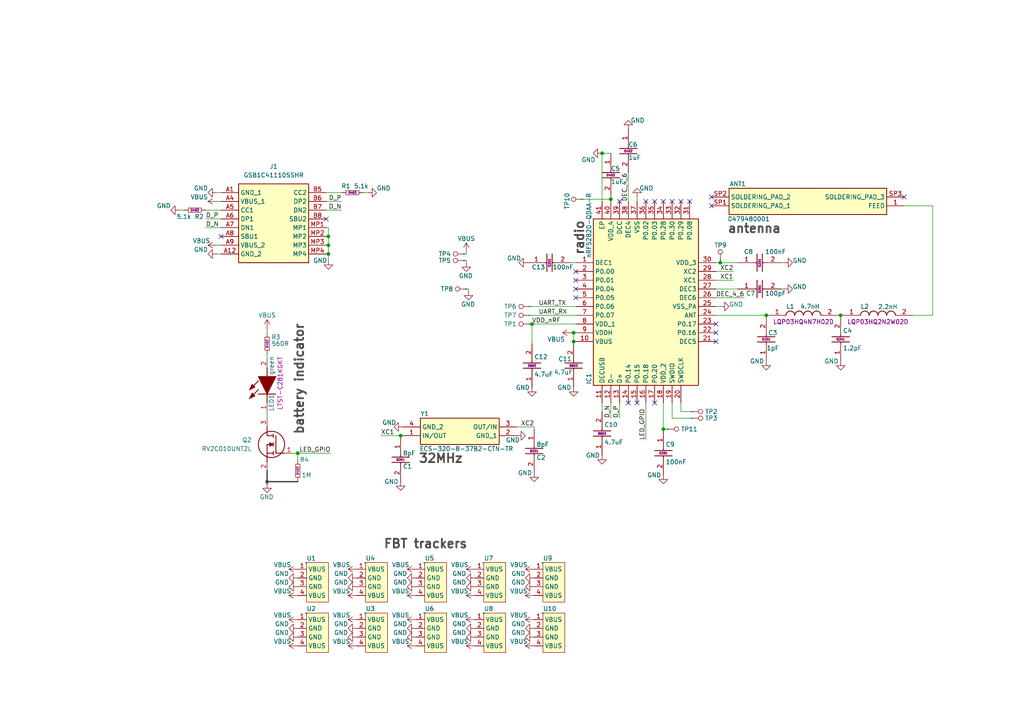
<source format=kicad_sch>
(kicad_sch (version 20230121) (generator eeschema)
  (paper "A4")
  (junction (at 208.915 76.2))
  (junction (at 177.165 57.785))
  (junction (at 154.305 93.98))
  (junction (at 95.25 68.58))
  (junction (at 95.25 73.66))
  (junction (at 77.47 139.7) (color 72 72 72 1))
  (junction (at 174.625 44.45))
  (junction (at 116.205 126.365))
  (junction (at 192.405 124.46))
  (junction (at 222.25 91.44))
  (junction (at 166.37 96.52))
  (junction (at 243.84 91.44))
  (junction (at 95.25 71.12))
  (junction (at 166.37 99.06))
  (junction (at 86.36 131.445))
  (no_connect (at 206.375 57.15))
  (no_connect (at 167.005 83.82))
  (no_connect (at 194.945 58.42))
  (no_connect (at 189.865 116.84))
  (no_connect (at 207.645 93.98))
  (no_connect (at 167.005 81.28))
  (no_connect (at 187.325 58.42))
  (no_connect (at 206.375 59.69))
  (no_connect (at 197.485 58.42))
  (no_connect (at 167.005 86.36))
  (no_connect (at 179.705 58.42))
  (no_connect (at 64.135 68.58))
  (no_connect (at 167.005 78.74))
  (no_connect (at 200.025 58.42))
  (no_connect (at 192.405 58.42))
  (no_connect (at 262.255 57.15))
  (no_connect (at 207.645 96.52))
  (no_connect (at 207.645 99.06))
  (no_connect (at 94.615 63.5))
  (no_connect (at 184.785 116.84))
  (no_connect (at 182.245 116.84))
  (no_connect (at 189.865 58.42))
  (wire (pts (xy 222.25 91.44) (xy 222.885 91.44)))
  (wire (pts (xy 197.485 119.38) (xy 197.485 116.84)))
  (wire (pts (xy 135.255 75.565) (xy 135.255 76.2)))
  (wire (pts (xy 177.165 57.785) (xy 177.165 58.42)))
  (wire (pts (xy 64.135 63.5) (xy 59.69 63.5)))
  (wire (pts (xy 167.005 96.52) (xy 166.37 96.52)))
  (wire (pts (xy 134.62 75.565) (xy 135.255 75.565)))
  (wire (pts (xy 207.645 76.2) (xy 208.915 76.2)))
  (wire (pts (xy 167.005 93.98) (xy 154.305 93.98)))
  (wire (pts (xy 135.255 73.025) (xy 135.255 73.66)))
  (wire (pts (xy 135.255 83.82) (xy 135.89 83.82)))
  (wire (pts (xy 192.405 116.84) (xy 192.405 124.46)))
  (wire (pts (xy 200.66 119.38) (xy 197.485 119.38)))
  (wire (pts (xy 95.25 68.58) (xy 95.25 71.12)))
  (wire (pts (xy 86.36 133.35) (xy 86.36 131.445)))
  (wire (pts (xy 77.47 139.7) (xy 77.47 140.335)) (stroke (width 0.4) (color 72 72 72 1)))
  (wire (pts (xy 94.615 58.42) (xy 99.06 58.42)))
  (wire (pts (xy 270.51 91.44) (xy 270.51 59.69)))
  (wire (pts (xy 227.33 83.82) (xy 226.695 83.82)))
  (wire (pts (xy 94.615 60.96) (xy 99.06 60.96)))
  (wire (pts (xy 62.865 71.12) (xy 64.135 71.12)))
  (wire (pts (xy 77.47 102.87) (xy 77.47 104.14)))
  (wire (pts (xy 165.735 76.2) (xy 167.005 76.2)))
  (wire (pts (xy 168.91 57.785) (xy 177.165 57.785)))
  (wire (pts (xy 95.25 66.04) (xy 95.25 68.58)))
  (wire (pts (xy 243.84 91.44) (xy 243.84 92.075)))
  (wire (pts (xy 64.135 66.04) (xy 59.69 66.04)))
  (wire (pts (xy 95.25 68.58) (xy 94.615 68.58)))
  (wire (pts (xy 194.945 116.84) (xy 194.945 121.285)))
  (wire (pts (xy 62.865 55.88) (xy 64.135 55.88)))
  (wire (pts (xy 208.915 75.565) (xy 208.915 76.2)))
  (wire (pts (xy 222.25 91.44) (xy 222.25 92.075)))
  (wire (pts (xy 207.645 81.28) (xy 212.725 81.28)))
  (wire (pts (xy 174.625 44.45) (xy 177.165 44.45)))
  (wire (pts (xy 207.645 91.44) (xy 222.25 91.44)))
  (wire (pts (xy 94.615 66.04) (xy 95.25 66.04)))
  (wire (pts (xy 227.33 76.2) (xy 226.695 76.2)))
  (wire (pts (xy 243.84 91.44) (xy 244.475 91.44)))
  (wire (pts (xy 177.165 57.15) (xy 177.165 57.785)))
  (wire (pts (xy 207.645 88.9) (xy 208.915 88.9)))
  (wire (pts (xy 174.625 58.42) (xy 174.625 44.45)))
  (wire (pts (xy 270.51 59.69) (xy 262.255 59.69)))
  (wire (pts (xy 165.735 96.52) (xy 166.37 96.52)))
  (wire (pts (xy 116.205 126.365) (xy 116.84 126.365)))
  (wire (pts (xy 179.705 116.84) (xy 179.705 121.285)))
  (wire (pts (xy 187.325 127.635) (xy 187.325 116.84)))
  (wire (pts (xy 153.67 93.98) (xy 154.305 93.98)))
  (wire (pts (xy 95.25 73.66) (xy 95.25 75.565)))
  (wire (pts (xy 192.405 124.46) (xy 192.405 125.095)))
  (wire (pts (xy 62.865 73.66) (xy 64.135 73.66)))
  (wire (pts (xy 116.205 127) (xy 116.205 126.365)))
  (wire (pts (xy 208.915 76.2) (xy 213.995 76.2)))
  (wire (pts (xy 149.86 123.825) (xy 154.94 123.825)))
  (wire (pts (xy 182.245 50.165) (xy 182.245 58.42)))
  (wire (pts (xy 264.795 91.44) (xy 270.51 91.44)))
  (wire (pts (xy 134.62 73.66) (xy 135.255 73.66)))
  (wire (pts (xy 86.36 131.445) (xy 85.09 131.445)))
  (wire (pts (xy 154.94 123.825) (xy 154.94 124.46)))
  (wire (pts (xy 77.47 136.525) (xy 77.47 139.7)) (stroke (width 0.4) (color 72 72 72 1)))
  (wire (pts (xy 94.615 55.88) (xy 99.06 55.88)))
  (wire (pts (xy 174.625 116.84) (xy 174.625 119.38)))
  (wire (pts (xy 64.135 60.96) (xy 59.69 60.96)))
  (wire (pts (xy 135.89 83.82) (xy 135.89 84.455)))
  (wire (pts (xy 177.165 116.84) (xy 177.165 121.285)))
  (wire (pts (xy 95.25 71.12) (xy 95.25 73.66)))
  (wire (pts (xy 62.865 58.42) (xy 64.135 58.42)))
  (wire (pts (xy 153.67 91.44) (xy 167.005 91.44)))
  (wire (pts (xy 166.37 99.06) (xy 167.005 99.06)))
  (wire (pts (xy 95.25 71.12) (xy 94.615 71.12)))
  (wire (pts (xy 52.07 60.96) (xy 53.34 60.96)))
  (wire (pts (xy 77.47 95.25) (xy 77.47 96.52)))
  (wire (pts (xy 106.68 55.88) (xy 105.41 55.88)))
  (wire (pts (xy 110.49 126.365) (xy 116.205 126.365)))
  (wire (pts (xy 194.945 121.285) (xy 200.66 121.285)))
  (wire (pts (xy 207.645 78.74) (xy 212.725 78.74)))
  (wire (pts (xy 207.645 83.82) (xy 213.995 83.82)))
  (wire (pts (xy 243.205 91.44) (xy 243.84 91.44)))
  (wire (pts (xy 95.885 131.445) (xy 86.36 131.445)))
  (wire (pts (xy 95.25 73.66) (xy 94.615 73.66)))
  (wire (pts (xy 192.405 124.46) (xy 193.675 124.46)))
  (wire (pts (xy 154.305 93.98) (xy 154.305 99.695)))
  (wire (pts (xy 207.645 86.36) (xy 215.9 86.36)))
  (wire (pts (xy 77.47 139.7) (xy 86.36 139.7)) (stroke (width 0.4) (color 72 72 72 1)))
  (wire (pts (xy 184.785 57.15) (xy 184.785 58.42)))
  (wire (pts (xy 153.67 88.9) (xy 167.005 88.9)))
  (wire (pts (xy 166.37 99.06) (xy 166.37 99.695)))
  (wire (pts (xy 77.47 119.38) (xy 77.47 121.285)))
  (wire (pts (xy 166.37 96.52) (xy 166.37 99.06)))
  (text "32MHz" (at 121.285 134.62 0) (effects (font (size 2.54 2.54) bold) (justify left bottom)))
  (text "battery indicator" (at 88.265 126.365 90) (effects (font (size 2.54 2.54) bold) (justify left bottom)))
  (text "radio" (at 169.545 74.295 90) (effects (font (size 2.54 2.54) bold) (justify left bottom)))
  (text "antenna" (at 226.695 67.945 0) (effects (font (size 2.54 2.54) bold) (justify right bottom)))
  (text "FBT trackers" (at 111.125 159.385 0) (effects (font (size 2.54 2.54) bold) (justify left bottom)))
  (label "XC1" (at 212.725 81.28 180))
  (label "UART_TX" (at 156.21 88.9 0))
  (label "LED_GPIO" (at 187.325 127.635 90))
  (label "XC2" (at 212.725 78.74 180))
  (label "LED_GPIO" (at 95.885 131.445 180))
  (label "D_P" (at 59.69 63.5 0))
  (label "DEC_4_6" (at 182.245 50.165 270))
  (label "UART_RX" (at 156.21 91.44 0))
  (label "D_N" (at 177.165 121.285 90))
  (label "DEC_4_6" (at 215.9 86.36 180))
  (label "D_N" (at 99.06 60.96 180))
  (label "VDD_nRF" (at 154.305 93.98 0))
  (label "XC2" (at 154.94 123.825 180))
  (label "XC1" (at 110.49 126.365 0))
  (label "D_P" (at 99.06 58.42 180))
  (label "D_P" (at 179.705 121.285 90))
  (label "D_N" (at 59.69 66.04 0))
  (symbol (lib_id "power:GND") (at 137.795 182.245 270) (unit 1)
    (property "Reference" "#PWR045" (effects hide))
    (property "Value" "GND" (at 135.255 180.975 90) (effects (justify right)))
  )
  (symbol (lib_id "the_backrooms:nRF52820-QDAA-R") (at 167.005 76.2 0) (unit 1)
    (property "Reference" "IC1" (at 170.815 109.855 90))
    (property "Value" "nRF52820-QDAA-R" (at 170.815 65.405 90))
    (property "Footprint" "the_backrooms:QFN40P500X500X90-41N-D" (effects hide))
    (property "Datasheet" "https://www.mouser.es/datasheet/2/297/Nordic_nRF52820_PB-1830007.pdf" (effects hide))
    (property "Height" "0.9" (effects hide))
    (property "Manufacturer_Name" "Nordic Semiconductor" (effects hide))
    (property "Manufacturer_Part_Number" "nRF52820-QDAA-R" (effects hide))
    (property "Mouser Part Number" "949-NRF52820-QDAA-R" (effects hide))
    (property "Mouser Price/Stock" "https://www.mouser.co.uk/ProductDetail/Nordic-Semiconductor/nRF52820-QDAA-R?qs=GedFDFLaBXGvZTWQrYoSoQ%3D%3D" (effects hide))
    (property "Arrow Part Number" "NRF52820-QDAA-R" (effects hide))
    (property "Arrow Price/Stock" "https://www.arrow.com/en/products/nrf52820-qdaa-r/nordic-semiconductor?region=nac" (effects hide))
  )
  (symbol (lib_id "power:GND") (at 137.795 184.785 270) (unit 1)
    (property "Reference" "#PWR059" (effects hide))
    (property "Value" "GND" (at 135.255 183.515 90) (effects (justify right)))
  )
  (symbol (lib_id "power:GND") (at 208.915 88.9 90) (unit 1)
    (property "Reference" "#PWR019" (effects hide))
    (property "Value" "GND" (at 211.455 88.265 90) (effects (justify right)))
  )
  (symbol (lib_id "power:VBUS") (at 154.94 165.1 90) (unit 1)
    (property "Reference" "#PWR046" (effects hide))
    (property "Value" "VBUS" (at 150.495 163.83 90))
  )
  (symbol (lib_id "power:VBUS") (at 154.94 187.325 90) (unit 1)
    (property "Reference" "#PWR065" (effects hide))
    (property "Value" "VBUS" (at 150.495 186.055 90))
  )
  (symbol (lib_id "power:VBUS") (at 120.65 187.325 90) (unit 1)
    (property "Reference" "#PWR063" (effects hide))
    (property "Value" "VBUS" (at 116.205 186.055 90))
  )
  (symbol (lib_id "power:GND") (at 77.47 140.335 0) (unit 1)
    (property "Reference" "#PWR026" (effects hide))
    (property "Value" "GND" (at 79.375 144.145 0) (effects (justify right)))
  )
  (symbol (lib_id "power:GND") (at 120.65 167.64 270) (unit 1)
    (property "Reference" "#PWR039" (effects hide))
    (property "Value" "GND" (at 118.11 166.37 90) (effects (justify right)))
  )
  (symbol (lib_id "power:VBUS") (at 77.47 95.25 0) (unit 1)
    (property "Reference" "#PWR027" (effects hide))
    (property "Value" "VBUS" (at 77.47 91.44 0))
  )
  (symbol (lib_id "power:VBUS") (at 154.94 172.72 90) (unit 1)
    (property "Reference" "#PWR070" (effects hide))
    (property "Value" "VBUS" (at 150.495 171.45 90))
  )
  (symbol (lib_id "power:GND") (at 135.255 76.2 0) (unit 1)
    (property "Reference" "#PWR028" (effects hide))
    (property "Value" "GND" (at 137.16 80.01 0) (effects (justify right)))
  )
  (symbol (lib_id "the_backrooms:GRM0335C1H8R0WA01D") (at 154.94 124.46 90) (mirror x) (unit 1)
    (property "Reference" "C2" (at 155.575 132.715 90) (effects (justify right)))
    (property "Value" "8pF" (at 155.575 128.905 90) (effects (justify right)))
    (property "Footprint" "CAPC0603X33N" (effects hide))
    (property "Datasheet" "https://www.mouser.de/datasheet/2/281/1/GRM0335C1H8R0WA01_01A-1981136.pdf" (effects hide))
    (property "Mfr. No." "GRM0335C1H8R0WA01D" (effects hide))
    (property "Package/Case" "0201" (at 153.67 130.81 90) (effects (font (size 0.635 0.635)) (justify right)))
    (property "Description" "Multilayer Ceramic Capacitors MLCC - SMD/SMT 8 pF 50 VDC 0.05 pF 0201 C0G (NP0)" (effects hide))
  )
  (symbol (lib_id "the_backrooms:GRM033R61E104KE14J") (at 213.995 76.2 0) (unit 1)
    (property "Reference" "C8" (at 218.44 73.025 0) (effects (justify right)))
    (property "Value" "100nF" (at 227.965 73.025 0) (effects (justify right)))
    (property "Footprint" "CAPC0603X33N" (effects hide))
    (property "Datasheet" "http://www.murata.com/~/media/webrenewal/support/library/catalog/products/capacitor/mlcc/c02e.pdf" (effects hide))
    (property "Height" "0.33" (effects hide))
    (property "Manufacturer_Name" "Murata Electronics" (effects hide))
    (property "Manufacturer_Part_Number" "GRM033R61E104KE14J" (effects hide))
    (property "Mouser Part Number" "81-GRM033R61E104KE4J" (effects hide))
    (property "Mouser Price/Stock" "https://www.mouser.co.uk/ProductDetail/Murata-Electronics/GRM033R61E104KE14J?qs=hNud%2FORuBR2oQhcvd00LsA%3D%3D" (effects hide))
    (property "Arrow Part Number" "GRM033R61E104KE14J" (effects hide))
    (property "Arrow Price/Stock" "https://www.arrow.com/en/products/grm033r61e104ke14j/murata-manufacturing?region=nac" (effects hide))
    (property "Mfr. No." "GRM033R61E104KE14J" (effects hide))
    (property "Package/Case" "0201" (at 220.345 76.2 90) (effects (font (size 0.635 0.635))))
    (property "Description" "Multilayer Ceramic Capacitors MLCC - SMD/SMT 0.1 uF 25 VDC 10% 0201 X5R" (effects hide))
  )
  (symbol (lib_id "the_backrooms:tp_1mm") (at 134.62 75.565 0) (unit 1)
    (property "Reference" "TP5" (at 130.81 75.565 0) (effects (justify right)))
    (property "Value" "~" (at 134.62 75.565 0))
    (property "Footprint" "the_backrooms:tp_1mm" (effects hide))
  )
  (symbol (lib_id "power:VBUS") (at 137.795 179.705 90) (unit 1)
    (property "Reference" "#PWR044" (effects hide))
    (property "Value" "VBUS" (at 133.35 178.435 90))
  )
  (symbol (lib_id "power:GND") (at 120.65 184.785 270) (unit 1)
    (property "Reference" "#PWR058" (effects hide))
    (property "Value" "GND" (at 118.11 183.515 90) (effects (justify right)))
  )
  (symbol (lib_id "power:VBUS") (at 103.505 172.72 90) (unit 1)
    (property "Reference" "#PWR067" (effects hide))
    (property "Value" "VBUS" (at 99.06 171.45 90))
  )
  (symbol (lib_id "the_backrooms:GRM155C71C105KE11J") (at 182.245 37.465 90) (mirror x) (unit 1)
    (property "Reference" "C6" (at 182.245 41.91 90) (effects (justify right)))
    (property "Value" "1uF" (at 182.245 45.72 90) (effects (justify right)))
    (property "Footprint" "the_backrooms:CAPC1005X55N" (effects hide))
    (property "Datasheet" "http://www.murata.com/~/media/webrenewal/support/library/catalog/products/capacitor/mlcc/c02e.pdf" (effects hide))
    (property "Height" "0.55" (effects hide))
    (property "Manufacturer_Name" "Murata Electronics" (effects hide))
    (property "Manufacturer_Part_Number" "GRM155C71C105KE11J" (effects hide))
    (property "Mouser Part Number" "81-GRM155C71C105KE11" (effects hide))
    (property "Mouser Price/Stock" "https://www.mouser.co.uk/ProductDetail/Murata-Electronics/GRM155C71C105KE11J?qs=pUKx8fyJudDfEc2RwhPUhw%3D%3D" (effects hide))
    (property "Mfr. No." "GRM155C71C105KE11J" (effects hide))
    (property "Package/Case" "0402" (at 180.975 43.815 90) (effects (font (size 0.635 0.635)) (justify right)))
    (property "Description" "Multilayer Ceramic Capacitors MLCC - SMD/SMT" (effects hide))
  )
  (symbol (lib_id "power:VBUS") (at 135.255 73.025 0) (unit 1)
    (property "Reference" "#PWR029" (effects hide))
    (property "Value" "VBUS" (at 135.255 69.215 0))
  )
  (symbol (lib_id "power:GND") (at 135.89 84.455 0) (unit 1)
    (property "Reference" "#PWR050" (effects hide))
    (property "Value" "GND" (at 137.795 88.265 0) (effects (justify right)))
  )
  (symbol (lib_id "the_backrooms:fbt_tracker") (at 88.9 163.195 0) (unit 1)
    (property "Reference" "U1" (at 88.9 161.925 0) (effects (justify left)))
    (property "Value" "~" (at 88.9 163.195 0))
    (property "Footprint" "the_backrooms:fbt_tracker" (effects hide))
  )
  (symbol (lib_id "the_backrooms:res_0402") (at 86.36 139.7 90) (unit 1)
    (property "Reference" "R4" (at 88.265 133.35 90))
    (property "Value" "1M" (at 88.9 137.795 90))
    (property "Footprint" "the_backrooms:0402_res" (effects hide))
    (property "Package/Case" "0402" (at 86.36 136.525 0) (effects (font (size 0.635 0.635))))
    (property "Mfr. No." "CRCW04020000Z0EDHP" (effects hide))
  )
  (symbol (lib_id "power:GND") (at 174.625 44.45 270) (unit 1)
    (property "Reference" "#PWR023" (effects hide))
    (property "Value" "GND" (at 172.72 46.355 90) (effects (justify right)))
  )
  (symbol (lib_id "power:GND") (at 174.625 132.08 0) (unit 1)
    (property "Reference" "#PWR014" (effects hide))
    (property "Value" "GND" (at 173.99 132.08 0) (effects (justify right)))
  )
  (symbol (lib_id "power:GND") (at 166.37 112.395 0) (unit 1)
    (property "Reference" "#PWR016" (effects hide))
    (property "Value" "GND" (at 165.735 112.395 0) (effects (justify right)))
  )
  (symbol (lib_id "power:GND") (at 184.785 57.15 180) (unit 1)
    (property "Reference" "#PWR022" (effects hide))
    (property "Value" "GND" (at 185.42 54.61 0) (effects (justify right)))
  )
  (symbol (lib_id "the_backrooms:tp_1mm") (at 153.67 93.98 0) (unit 1)
    (property "Reference" "TP1" (at 149.86 93.98 0) (effects (justify right)))
    (property "Value" "~" (at 153.67 93.98 0))
    (property "Footprint" "the_backrooms:tp_1mm" (effects hide))
  )
  (symbol (lib_id "power:GND") (at 52.07 60.96 270) (unit 1)
    (property "Reference" "#PWR01" (effects hide))
    (property "Value" "GND" (at 49.53 59.69 90) (effects (justify right)))
  )
  (symbol (lib_id "the_backrooms:fbt_tracker") (at 140.335 163.195 0) (unit 1)
    (property "Reference" "U7" (at 140.335 161.925 0) (effects (justify left)))
    (property "Value" "~" (at 140.335 163.195 0))
    (property "Footprint" "the_backrooms:fbt_tracker" (effects hide))
  )
  (symbol (lib_id "power:VBUS") (at 165.735 96.52 90) (unit 1)
    (property "Reference" "#PWR017" (effects hide))
    (property "Value" "VBUS" (at 161.29 98.425 90))
  )
  (symbol (lib_id "power:VBUS") (at 120.65 179.705 90) (unit 1)
    (property "Reference" "#PWR040" (effects hide))
    (property "Value" "VBUS" (at 116.205 178.435 90))
  )
  (symbol (lib_id "the_backrooms:fbt_tracker") (at 88.9 177.8 0) (unit 1)
    (property "Reference" "U2" (at 88.9 176.53 0) (effects (justify left)))
    (property "Value" "~" (at 88.9 177.8 0))
    (property "Footprint" "the_backrooms:fbt_tracker" (effects hide))
  )
  (symbol (lib_id "power:VBUS") (at 154.94 179.705 90) (unit 1)
    (property "Reference" "#PWR048" (effects hide))
    (property "Value" "VBUS" (at 150.495 178.435 90))
  )
  (symbol (lib_id "power:VBUS") (at 86.36 172.72 90) (unit 1)
    (property "Reference" "#PWR066" (effects hide))
    (property "Value" "VBUS" (at 81.915 171.45 90))
  )
  (symbol (lib_id "the_backrooms:GRM033R61E104KE14J") (at 192.405 125.095 90) (mirror x) (unit 1)
    (property "Reference" "C9" (at 193.04 128.905 90) (effects (justify right)))
    (property "Value" "100nF" (at 193.04 133.985 90) (effects (justify right)))
    (property "Footprint" "CAPC0603X33N" (effects hide))
    (property "Datasheet" "http://www.murata.com/~/media/webrenewal/support/library/catalog/products/capacitor/mlcc/c02e.pdf" (effects hide))
    (property "Height" "0.33" (effects hide))
    (property "Manufacturer_Name" "Murata Electronics" (effects hide))
    (property "Manufacturer_Part_Number" "GRM033R61E104KE14J" (effects hide))
    (property "Mouser Part Number" "81-GRM033R61E104KE4J" (effects hide))
    (property "Mouser Price/Stock" "https://www.mouser.co.uk/ProductDetail/Murata-Electronics/GRM033R61E104KE14J?qs=hNud%2FORuBR2oQhcvd00LsA%3D%3D" (effects hide))
    (property "Arrow Part Number" "GRM033R61E104KE14J" (effects hide))
    (property "Arrow Price/Stock" "https://www.arrow.com/en/products/grm033r61e104ke14j/murata-manufacturing?region=nac" (effects hide))
    (property "Mfr. No." "GRM033R61E104KE14J" (effects hide))
    (property "Package/Case" "0201" (at 192.405 131.445 90) (effects (font (size 0.635 0.635))))
    (property "Description" "Multilayer Ceramic Capacitors MLCC - SMD/SMT 0.1 uF 25 VDC 10% 0201 X5R" (effects hide))
  )
  (symbol (lib_id "the_backrooms:tp_1mm") (at 168.91 57.785 0) (unit 1)
    (property "Reference" "TP10" (at 164.465 55.88 90) (effects (justify right)))
    (property "Value" "~" (at 168.91 57.785 0))
    (property "Footprint" "the_backrooms:tp_1mm" (effects hide))
  )
  (symbol (lib_id "power:GND") (at 95.25 75.565 0) (mirror y) (unit 1)
    (property "Reference" "#PWR05" (effects hide))
    (property "Value" "GND" (at 90.805 75.565 0) (effects (justify right)))
  )
  (symbol (lib_id "the_backrooms:tp_1mm") (at 134.62 73.66 0) (unit 1)
    (property "Reference" "TP4" (at 130.81 73.66 0) (effects (justify right)))
    (property "Value" "~" (at 134.62 73.66 0))
    (property "Footprint" "the_backrooms:tp_1mm" (effects hide))
  )
  (symbol (lib_id "power:GND") (at 154.94 167.64 270) (unit 1)
    (property "Reference" "#PWR047" (effects hide))
    (property "Value" "GND" (at 152.4 166.37 90) (effects (justify right)))
  )
  (symbol (lib_id "the_backrooms:ECS-320-8-37B2-CTN-TR") (at 116.84 123.825 0) (unit 1)
    (property "Reference" "Y1" (at 123.19 120.015 0))
    (property "Value" "ECS-320-8-37B2-CTN-TR" (at 135.255 130.175 0))
    (property "Footprint" "ECS320837B2CTNTR" (effects hide))
    (property "Datasheet" "https://ecsxtal.com/store/pdf/ECX-1637B2.pdf" (effects hide))
    (property "Height" "0.5" (effects hide))
    (property "Manufacturer_Name" "ECS" (effects hide))
    (property "Manufacturer_Part_Number" "ECS-320-8-37B2-CTN-TR" (effects hide))
    (property "Mouser Part Number" "520-320-8-37B2-CTNTR" (effects hide))
    (property "Mouser Price/Stock" "https://www.mouser.co.uk/ProductDetail/ECS/ECS-320-8-37B2-CTN-TR?qs=aP1CjGhiNiHdeKDzQVYpfg%3D%3D" (effects hide))
    (property "Mfr. No." "ECS-320-8-37B2-CTN-TR" (effects hide))
  )
  (symbol (lib_id "the_backrooms:RV2C010UNT2L") (at 85.09 131.445 0) (mirror y) (unit 1)
    (property "Reference" "Q2" (at 73.025 127.635 0) (effects (justify left)))
    (property "Value" "RV2C010UNT2L" (at 73.025 130.175 0) (effects (justify left)))
    (property "Footprint" "RV2C010UNT2L" (effects hide))
    (property "Datasheet" "https://datasheet.datasheetarchive.com/originals/distributors/DKDS-18/357047.pdf" (effects hide))
    (property "Height" "0.4" (effects hide))
    (property "Manufacturer_Name" "ROHM Semiconductor" (effects hide))
    (property "Manufacturer_Part_Number" "RV2C010UNT2L" (effects hide))
    (property "Mouser Part Number" "755-RV2C010UNT2L" (effects hide))
    (property "Mouser Price/Stock" "https://www.mouser.co.uk/ProductDetail/ROHM-Semiconductor/RV2C010UNT2L?qs=npTsUczJOtPdY4l8qoqhcQ%3D%3D" (effects hide))
  )
  (symbol (lib_id "power:GND") (at 137.795 170.18 270) (unit 1)
    (property "Reference" "#PWR054" (effects hide))
    (property "Value" "GND" (at 135.255 168.91 90) (effects (justify right)))
  )
  (symbol (lib_id "power:GND") (at 120.65 170.18 270) (unit 1)
    (property "Reference" "#PWR053" (effects hide))
    (property "Value" "GND" (at 118.11 168.91 90) (effects (justify right)))
  )
  (symbol (lib_id "power:GND") (at 86.36 184.785 270) (unit 1)
    (property "Reference" "#PWR056" (effects hide))
    (property "Value" "GND" (at 83.82 183.515 90) (effects (justify right)))
  )
  (symbol (lib_id "the_backrooms:GRM0335C1H8R0WA01D") (at 116.205 127 90) (mirror x) (unit 1)
    (property "Reference" "C1" (at 116.84 135.255 90) (effects (justify right)))
    (property "Value" "8pF" (at 116.84 131.445 90) (effects (justify right)))
    (property "Footprint" "CAPC0603X33N" (effects hide))
    (property "Datasheet" "https://www.mouser.de/datasheet/2/281/1/GRM0335C1H8R0WA01_01A-1981136.pdf" (effects hide))
    (property "Mfr. No." "GRM0335C1H8R0WA01D" (effects hide))
    (property "Package/Case" "0201" (at 114.935 133.35 90) (effects (font (size 0.635 0.635)) (justify right)))
    (property "Description" "Multilayer Ceramic Capacitors MLCC - SMD/SMT 8 pF 50 VDC 0.05 pF 0201 C0G (NP0)" (effects hide))
  )
  (symbol (lib_id "the_backrooms:GRM188Z71C475KE21D") (at 166.37 112.395 90) (unit 1)
    (property "Reference" "C11" (at 161.925 104.14 90) (effects (justify right)))
    (property "Value" "4.7uF" (at 160.655 107.95 90) (effects (justify right)))
    (property "Footprint" "the_backrooms:CAPC1608X90N" (effects hide))
    (property "Height" "0.9" (effects hide))
    (property "Manufacturer_Name" "Murata Electronics" (effects hide))
    (property "Manufacturer_Part_Number" "GRM188Z71C475KE21D" (effects hide))
    (property "Mouser Part Number" "81-GRM188Z71C475KE1D" (effects hide))
    (property "Mouser Price/Stock" "https://www.mouser.co.uk/ProductDetail/Murata-Electronics/GRM188Z71C475KE21D?qs=d0WKAl%252BL4KajNOvalhHKtQ%3D%3D" (effects hide))
    (property "Arrow Part Number" "GRM188Z71C475KE21D" (effects hide))
    (property "Arrow Price/Stock" "https://www.arrow.com/en/products/grm188z71c475ke21d/murata-manufacturing?region=nac" (effects hide))
    (property "Mfr. No." "GRM188Z71C475KE21D" (effects hide))
    (property "Package/Case" "0603" (at 165.1 106.045 90) (effects (font (size 0.635 0.635)) (justify right)))
  )
  (symbol (lib_id "power:GND") (at 106.68 55.88 90) (mirror x) (unit 1)
    (property "Reference" "#PWR02" (effects hide))
    (property "Value" "GND" (at 109.22 54.61 90) (effects (justify right)))
  )
  (symbol (lib_id "the_backrooms:tp_1mm") (at 200.66 119.38 180) (unit 1)
    (property "Reference" "TP2" (at 204.47 119.38 0) (effects (justify right)))
    (property "Value" "~" (at 200.66 119.38 0))
    (property "Footprint" "the_backrooms:tp_1mm" (effects hide))
  )
  (symbol (lib_id "power:GND") (at 86.36 170.18 270) (unit 1)
    (property "Reference" "#PWR051" (effects hide))
    (property "Value" "GND" (at 83.82 168.91 90) (effects (justify right)))
  )
  (symbol (lib_id "power:GND") (at 116.205 139.7 0) (unit 1)
    (property "Reference" "#PWR08" (effects hide))
    (property "Value" "GND" (at 115.57 139.7 0) (effects (justify right)))
  )
  (symbol (lib_id "the_backrooms:fbt_tracker") (at 123.19 177.8 0) (unit 1)
    (property "Reference" "U6" (at 123.19 176.53 0) (effects (justify left)))
    (property "Value" "~" (at 123.19 177.8 0))
    (property "Footprint" "the_backrooms:fbt_tracker" (effects hide))
  )
  (symbol (lib_id "power:GND") (at 192.405 137.795 0) (unit 1)
    (property "Reference" "#PWR015" (effects hide))
    (property "Value" "GND" (at 191.77 137.795 0) (effects (justify right)))
  )
  (symbol (lib_id "power:GND") (at 149.86 126.365 90) (mirror x) (unit 1)
    (property "Reference" "#PWR010" (effects hide))
    (property "Value" "GND" (at 146.685 127.635 90) (effects (justify right)))
  )
  (symbol (lib_id "the_backrooms:fbt_tracker") (at 123.19 163.195 0) (unit 1)
    (property "Reference" "U5" (at 123.19 161.925 0) (effects (justify left)))
    (property "Value" "~" (at 123.19 163.195 0))
    (property "Footprint" "the_backrooms:fbt_tracker" (effects hide))
  )
  (symbol (lib_id "the_backrooms:fbt_tracker") (at 140.335 177.8 0) (unit 1)
    (property "Reference" "U8" (at 140.335 176.53 0) (effects (justify left)))
    (property "Value" "~" (at 140.335 177.8 0))
    (property "Footprint" "the_backrooms:fbt_tracker" (effects hide))
  )
  (symbol (lib_id "the_backrooms:GRM0335C1H1R2WA01D") (at 243.84 104.775 90) (unit 1)
    (property "Reference" "C4" (at 244.475 95.885 90) (effects (justify right)))
    (property "Value" "1.2pF" (at 244.475 100.965 90) (effects (justify right)))
    (property "Footprint" "the_backrooms:CAPC0603X33N" (effects hide))
    (property "Datasheet" "http://www.murata.com/~/media/webrenewal/support/library/catalog/products/capacitor/mlcc/c02e.pdf" (effects hide))
    (property "Height" "0.33" (effects hide))
    (property "Manufacturer_Name" "Murata Electronics" (effects hide))
    (property "Manufacturer_Part_Number" "GRM0335C1H1R2WA01D" (effects hide))
    (property "Mouser Part Number" "81-GRM0335C1H1R2WA1D" (effects hide))
    (property "Mouser Price/Stock" "https://www.mouser.co.uk/ProductDetail/Murata-Electronics/GRM0335C1H1R2WA01D?qs=2W5sgKM%2F370ZINFGhgblug%3D%3D" (effects hide))
    (property "Arrow Part Number" "GRM0335C1H1R2WA01D" (effects hide))
    (property "Arrow Price/Stock" "https://www.arrow.com/en/products/grm0335c1h1r2wa01d/murata-manufacturing?region=nac" (effects hide))
    (property "Mfr. No." "GRM0335C1H1R2WA01D" (effects hide))
    (property "Package/Case" "0201" (at 242.57 98.425 90) (effects (font (size 0.635 0.635)) (justify right)))
  )
  (symbol (lib_id "the_backrooms:tp_1mm") (at 135.255 83.82 0) (unit 1)
    (property "Reference" "TP8" (at 131.445 83.82 0) (effects (justify right)))
    (property "Value" "~" (at 135.255 83.82 0))
    (property "Footprint" "the_backrooms:tp_1mm" (effects hide))
  )
  (symbol (lib_id "power:VBUS") (at 86.36 187.325 90) (unit 1)
    (property "Reference" "#PWR061" (effects hide))
    (property "Value" "VBUS" (at 81.915 186.055 90))
  )
  (symbol (lib_id "power:GND") (at 137.795 167.64 270) (unit 1)
    (property "Reference" "#PWR043" (effects hide))
    (property "Value" "GND" (at 135.255 166.37 90) (effects (justify right)))
  )
  (symbol (lib_id "the_backrooms:0479480001") (at 206.375 59.69 0) (mirror x) (unit 1)
    (property "Reference" "ANT1" (at 213.995 53.34 0))
    (property "Value" "0479480001" (at 217.17 63.5 0))
    (property "Footprint" "0479480001" (effects hide))
    (property "Datasheet" "https://www.molex.com/pdm_docs/sd/479480001_sd.pdf" (effects hide))
    (property "Height" "4" (effects hide))
    (property "Manufacturer_Name" "Molex" (effects hide))
    (property "Manufacturer_Part_Number" "0479480001" (effects hide))
    (property "Mouser Part Number" "N/A" (effects hide))
    (property "Mouser Price/Stock" "https://www.mouser.co.uk/ProductDetail/Molex/0479480001?qs=PBcRNPEHKsrnNd4H1lsT3A%3D%3D" (effects hide))
    (property "Arrow Part Number" "0479480001" (effects hide))
    (property "Arrow Price/Stock" "https://www.arrow.com/en/products/0479480001/molex?region=nac" (effects hide))
    (property "Mfr. No." "47948-0001" (effects hide))
  )
  (symbol (lib_id "power:VBUS") (at 103.505 165.1 90) (unit 1)
    (property "Reference" "#PWR036" (effects hide))
    (property "Value" "VBUS" (at 99.06 163.83 90))
  )
  (symbol (lib_id "the_backrooms:res_0402") (at 59.69 60.96 0) (mirror y) (unit 1)
    (property "Reference" "R2" (at 57.785 62.865 0))
    (property "Value" "5.1k" (at 53.34 62.865 0))
    (property "Footprint" "the_backrooms:0402_res" (effects hide))
    (property "Package/Case" "0402" (at 56.515 60.96 0) (effects (font (size 0.635 0.635))))
  )
  (symbol (lib_id "power:GND") (at 182.245 37.465 180) (unit 1)
    (property "Reference" "#PWR024" (effects hide))
    (property "Value" "GND" (at 182.88 34.925 0) (effects (justify right)))
  )
  (symbol (lib_id "the_backrooms:tp_1mm") (at 153.67 88.9 0) (unit 1)
    (property "Reference" "TP6" (at 149.86 88.9 0) (effects (justify right)))
    (property "Value" "~" (at 153.67 88.9 0))
    (property "Footprint" "the_backrooms:tp_1mm" (effects hide))
  )
  (symbol (lib_id "power:GND") (at 222.25 104.775 0) (unit 1)
    (property "Reference" "#PWR012" (effects hide))
    (property "Value" "GND" (at 221.615 104.775 0) (effects (justify right)))
  )
  (symbol (lib_id "power:GND") (at 154.94 182.245 270) (unit 1)
    (property "Reference" "#PWR049" (effects hide))
    (property "Value" "GND" (at 152.4 180.975 90) (effects (justify right)))
  )
  (symbol (lib_id "power:VBUS") (at 86.36 165.1 90) (unit 1)
    (property "Reference" "#PWR030" (effects hide))
    (property "Value" "VBUS" (at 81.915 163.83 90))
  )
  (symbol (lib_id "power:GND") (at 243.84 104.775 0) (unit 1)
    (property "Reference" "#PWR013" (effects hide))
    (property "Value" "GND" (at 243.205 104.775 0) (effects (justify right)))
  )
  (symbol (lib_id "the_backrooms:fbt_tracker") (at 157.48 163.195 0) (unit 1)
    (property "Reference" "U9" (at 157.48 161.925 0) (effects (justify left)))
    (property "Value" "~" (at 157.48 163.195 0))
    (property "Footprint" "the_backrooms:fbt_tracker" (effects hide))
  )
  (symbol (lib_id "the_backrooms:GRM188Z71C475KE21D") (at 174.625 132.08 90) (unit 1)
    (property "Reference" "C10" (at 175.26 123.19 90) (effects (justify right)))
    (property "Value" "4.7uF" (at 175.26 128.27 90) (effects (justify right)))
    (property "Footprint" "the_backrooms:CAPC1608X90N" (effects hide))
    (property "Height" "0.9" (effects hide))
    (property "Manufacturer_Name" "Murata Electronics" (effects hide))
    (property "Manufacturer_Part_Number" "GRM188Z71C475KE21D" (effects hide))
    (property "Mouser Part Number" "81-GRM188Z71C475KE1D" (effects hide))
    (property "Mouser Price/Stock" "https://www.mouser.co.uk/ProductDetail/Murata-Electronics/GRM188Z71C475KE21D?qs=d0WKAl%252BL4KajNOvalhHKtQ%3D%3D" (effects hide))
    (property "Arrow Part Number" "GRM188Z71C475KE21D" (effects hide))
    (property "Arrow Price/Stock" "https://www.arrow.com/en/products/grm188z71c475ke21d/murata-manufacturing?region=nac" (effects hide))
    (property "Mfr. No." "GRM188Z71C475KE21D" (effects hide))
    (property "Package/Case" "0603" (at 173.355 125.73 90) (effects (font (size 0.635 0.635)) (justify right)))
  )
  (symbol (lib_id "power:GND") (at 103.505 167.64 270) (unit 1)
    (property "Reference" "#PWR037" (effects hide))
    (property "Value" "GND" (at 100.965 166.37 90) (effects (justify right)))
  )
  (symbol (lib_id "power:GND") (at 86.36 167.64 270) (unit 1)
    (property "Reference" "#PWR031" (effects hide))
    (property "Value" "GND" (at 83.82 166.37 90) (effects (justify right)))
  )
  (symbol (lib_id "power:GND") (at 120.65 182.245 270) (unit 1)
    (property "Reference" "#PWR041" (effects hide))
    (property "Value" "GND" (at 118.11 180.975 90) (effects (justify right)))
  )
  (symbol (lib_id "the_backrooms:GRM0335C1E101FA01J") (at 213.995 83.82 0) (mirror x) (unit 1)
    (property "Reference" "C7" (at 219.075 85.09 0) (effects (justify right)))
    (property "Value" "100pF" (at 227.965 85.09 0) (effects (justify right)))
    (property "Footprint" "CAPC0603X33N" (effects hide))
    (property "Datasheet" "http://www.murata.com/~/media/webrenewal/support/library/catalog/products/capacitor/mlcc/c02e.pdf" (effects hide))
    (property "Height" "0.33" (effects hide))
    (property "Manufacturer_Name" "Murata Electronics" (effects hide))
    (property "Manufacturer_Part_Number" "GRM0335C1E101FA01J" (effects hide))
    (property "Mouser Part Number" "81-GRM0335C1E101FA1J" (effects hide))
    (property "Mouser Price/Stock" "https://www.mouser.co.uk/ProductDetail/Murata-Electronics/GRM0335C1E101FA01J?qs=3ZwS9AhGA%2F7eLd7rKIJwng%3D%3D" (effects hide))
    (property "Mfr. No." "GRM0335C1E101FA01J" (effects hide))
    (property "Package/Case" "0201" (at 220.345 83.82 90) (effects (font (size 0.635 0.635))))
    (property "Description" "Multilayer Ceramic Capacitors MLCC - SMD/SMT 100 pF 25 VDC 1% 0201 C0G (NP0)" (effects hide))
  )
  (symbol (lib_id "the_backrooms:tp_1mm") (at 208.915 75.565 270) (unit 1)
    (property "Reference" "TP9" (at 210.82 71.12 90) (effects (justify right)))
    (property "Value" "~" (at 208.915 75.565 0))
    (property "Footprint" "the_backrooms:tp_1mm" (effects hide))
  )
  (symbol (lib_id "power:GND") (at 154.94 137.16 0) (unit 1)
    (property "Reference" "#PWR011" (effects hide))
    (property "Value" "GND" (at 154.305 137.16 0) (effects (justify right)))
  )
  (symbol (lib_id "the_backrooms:GRM188Z71C475KE21D") (at 154.305 112.395 90) (unit 1)
    (property "Reference" "C12" (at 154.94 103.505 90) (effects (justify right)))
    (property "Value" "4.7uF" (at 154.94 108.585 90) (effects (justify right)))
    (property "Footprint" "the_backrooms:CAPC1608X90N" (effects hide))
    (property "Height" "0.9" (effects hide))
    (property "Manufacturer_Name" "Murata Electronics" (effects hide))
    (property "Manufacturer_Part_Number" "GRM188Z71C475KE21D" (effects hide))
    (property "Mouser Part Number" "81-GRM188Z71C475KE1D" (effects hide))
    (property "Mouser Price/Stock" "https://www.mouser.co.uk/ProductDetail/Murata-Electronics/GRM188Z71C475KE21D?qs=d0WKAl%252BL4KajNOvalhHKtQ%3D%3D" (effects hide))
    (property "Arrow Part Number" "GRM188Z71C475KE21D" (effects hide))
    (property "Arrow Price/Stock" "https://www.arrow.com/en/products/grm188z71c475ke21d/murata-manufacturing?region=nac" (effects hide))
    (property "Mfr. No." "GRM188Z71C475KE21D" (effects hide))
    (property "Package/Case" "0603" (at 153.035 106.045 90) (effects (font (size 0.635 0.635)) (justify right)))
  )
  (symbol (lib_id "power:GND") (at 103.505 170.18 270) (unit 1)
    (property "Reference" "#PWR052" (effects hide))
    (property "Value" "GND" (at 100.965 168.91 90) (effects (justify right)))
  )
  (symbol (lib_id "power:VBUS") (at 137.795 172.72 90) (unit 1)
    (property "Reference" "#PWR069" (effects hide))
    (property "Value" "VBUS" (at 133.35 171.45 90))
  )
  (symbol (lib_id "power:VBUS") (at 120.65 165.1 90) (unit 1)
    (property "Reference" "#PWR038" (effects hide))
    (property "Value" "VBUS" (at 116.205 163.83 90))
  )
  (symbol (lib_id "power:VBUS") (at 62.865 58.42 90) (unit 1)
    (property "Reference" "#PWR07" (effects hide))
    (property "Value" "VBUS" (at 57.785 57.15 90))
  )
  (symbol (lib_id "the_backrooms:res_0402") (at 77.47 102.87 90) (unit 1)
    (property "Reference" "R3" (at 80.01 97.79 90))
    (property "Value" "560R" (at 81.28 99.695 90))
    (property "Footprint" "the_backrooms:0402_res" (effects hide))
    (property "Package/Case" "0402" (at 77.47 99.695 0) (effects (font (size 0.635 0.635))))
    (property "Mfr. No." "CRCW0402560RJNED" (effects hide))
  )
  (symbol (lib_id "power:GND") (at 227.33 76.2 90) (unit 1)
    (property "Reference" "#PWR020" (effects hide))
    (property "Value" "GND" (at 229.87 75.565 90) (effects (justify right)))
  )
  (symbol (lib_id "power:VBUS") (at 137.795 165.1 90) (unit 1)
    (property "Reference" "#PWR042" (effects hide))
    (property "Value" "VBUS" (at 133.35 163.83 90))
  )
  (symbol (lib_id "power:GND") (at 153.035 76.2 270) (unit 1)
    (property "Reference" "#PWR025" (effects hide))
    (property "Value" "GND" (at 151.13 74.93 90) (effects (justify right)))
  )
  (symbol (lib_id "power:GND") (at 62.865 73.66 270) (unit 1)
    (property "Reference" "#PWR04" (effects hide))
    (property "Value" "GND" (at 60.325 72.39 90) (effects (justify right)))
  )
  (symbol (lib_id "power:GND") (at 103.505 184.785 270) (unit 1)
    (property "Reference" "#PWR057" (effects hide))
    (property "Value" "GND" (at 100.965 183.515 90) (effects (justify right)))
  )
  (symbol (lib_id "power:GND") (at 116.84 123.825 270) (unit 1)
    (property "Reference" "#PWR09" (effects hide))
    (property "Value" "GND" (at 114.935 122.555 90) (effects (justify right)))
  )
  (symbol (lib_id "power:VBUS") (at 86.36 179.705 90) (unit 1)
    (property "Reference" "#PWR032" (effects hide))
    (property "Value" "VBUS" (at 81.915 178.435 90))
  )
  (symbol (lib_id "power:GND") (at 227.33 83.82 90) (unit 1)
    (property "Reference" "#PWR021" (effects hide))
    (property "Value" "GND" (at 229.87 83.185 90) (effects (justify right)))
  )
  (symbol (lib_id "the_backrooms:fbt_tracker") (at 157.48 177.8 0) (unit 1)
    (property "Reference" "U10" (at 157.48 176.53 0) (effects (justify left)))
    (property "Value" "~" (at 157.48 177.8 0))
    (property "Footprint" "the_backrooms:fbt_tracker" (effects hide))
  )
  (symbol (lib_id "power:GND") (at 154.94 170.18 270) (unit 1)
    (property "Reference" "#PWR055" (effects hide))
    (property "Value" "GND" (at 152.4 168.91 90) (effects (justify right)))
  )
  (symbol (lib_id "the_backrooms:GSB1C41110SSHR") (at 64.135 55.88 0) (unit 1)
    (property "Reference" "J1" (at 79.375 48.26 0))
    (property "Value" "GSB1C41110SSHR" (at 79.375 50.8 0))
    (property "Footprint" "the_backrooms:GSB1C41110SSHR" (effects hide))
    (property "Datasheet" "https://cdn.amphenol-cs.com/media/wysiwyg/files/drawing/gsb1c41x10sshr-ax1.pdf" (effects hide))
    (property "Height" "3.41" (effects hide))
    (property "Manufacturer_Name" "Amphenol Communications Solutions" (effects hide))
    (property "Manufacturer_Part_Number" "GSB1C41110SSHR" (effects hide))
  )
  (symbol (lib_id "power:GND") (at 154.305 112.395 0) (unit 1)
    (property "Reference" "#PWR018" (effects hide))
    (property "Value" "GND" (at 153.67 112.395 0) (effects (justify right)))
  )
  (symbol (lib_id "the_backrooms:res_0402") (at 99.06 55.88 0) (unit 1)
    (property "Reference" "R1" (at 100.33 53.975 0))
    (property "Value" "5.1k" (at 104.775 53.975 0))
    (property "Footprint" "the_backrooms:0402_res" (effects hide))
    (property "Package/Case" "0402" (at 102.235 55.88 0) (effects (font (size 0.635 0.635))))
  )
  (symbol (lib_id "the_backrooms:fbt_tracker") (at 106.045 163.195 0) (unit 1)
    (property "Reference" "U4" (at 106.045 161.925 0) (effects (justify left)))
    (property "Value" "~" (at 106.045 163.195 0))
    (property "Footprint" "the_backrooms:fbt_tracker" (effects hide))
  )
  (symbol (lib_id "power:VBUS") (at 62.865 71.12 90) (unit 1)
    (property "Reference" "#PWR06" (effects hide))
    (property "Value" "VBUS" (at 58.42 69.85 90))
  )
  (symbol (lib_id "the_backrooms:tp_1mm") (at 200.66 121.285 180) (unit 1)
    (property "Reference" "TP3" (at 204.47 121.285 0) (effects (justify right)))
    (property "Value" "~" (at 200.66 121.285 0))
    (property "Footprint" "the_backrooms:tp_1mm" (effects hide))
  )
  (symbol (lib_id "the_backrooms:tp_1mm") (at 153.67 91.44 0) (unit 1)
    (property "Reference" "TP7" (at 149.86 91.44 0) (effects (justify right)))
    (property "Value" "~" (at 153.67 91.44 0))
    (property "Footprint" "the_backrooms:tp_1mm" (effects hide))
  )
  (symbol (lib_id "the_backrooms:LQP03HQ4N7H02D") (at 222.885 91.44 0) (unit 1)
    (property "Reference" "L1" (at 229.235 88.9 0))
    (property "Value" "4.7nH" (at 234.95 88.9 0))
    (property "Footprint" "the_backrooms:LQP03HQ0N5B02D" (effects hide))
    (property "Datasheet" "https://psearch.en.murata.com/inductor/product/LQP03HQ4N7H02%23.html" (effects hide))
    (property "Height" "0.42" (effects hide))
    (property "Manufacturer_Name" "Murata Electronics" (effects hide))
    (property "Manufacturer_Part_Number" "LQP03HQ4N7H02D" (effects hide))
    (property "Mouser Part Number" "81-LQP03HQ4N7H02D" (effects hide))
    (property "Mouser Price/Stock" "https://www.mouser.com/Search/Refine.aspx?Keyword=81-LQP03HQ4N7H02D" (effects hide))
    (property "Arrow Part Number" "LQP03HQ4N7H02D" (effects hide))
    (property "Arrow Price/Stock" "https://www.arrow.com/en/products/lqp03hq4n7h02d/murata-manufacturing" (effects hide))
    (property "Mfr. No." "LQP03HQ4N7H02D" (at 233.045 93.345 0))
  )
  (symbol (lib_id "power:VBUS") (at 103.505 187.325 90) (unit 1)
    (property "Reference" "#PWR062" (effects hide))
    (property "Value" "VBUS" (at 99.06 186.055 90))
  )
  (symbol (lib_id "power:GND") (at 103.505 182.245 270) (unit 1)
    (property "Reference" "#PWR035" (effects hide))
    (property "Value" "GND" (at 100.965 180.975 90) (effects (justify right)))
  )
  (symbol (lib_id "power:VBUS") (at 120.65 172.72 90) (unit 1)
    (property "Reference" "#PWR068" (effects hide))
    (property "Value" "VBUS" (at 116.205 171.45 90))
  )
  (symbol (lib_id "the_backrooms:tp_1mm") (at 193.675 124.46 180) (unit 1)
    (property "Reference" "TP11" (at 197.485 124.46 0) (effects (justify right)))
    (property "Value" "~" (at 193.675 124.46 0))
    (property "Footprint" "the_backrooms:tp_1mm" (effects hide))
  )
  (symbol (lib_id "the_backrooms:GRM033R61E104KE14J") (at 153.035 76.2 0) (mirror x) (unit 1)
    (property "Reference" "C13" (at 158.115 77.47 0) (effects (justify right)))
    (property "Value" "100nF" (at 166.37 77.47 0) (effects (justify right)))
    (property "Footprint" "CAPC0603X33N" (effects hide))
    (property "Datasheet" "http://www.murata.com/~/media/webrenewal/support/library/catalog/products/capacitor/mlcc/c02e.pdf" (effects hide))
    (property "Height" "0.33" (effects hide))
    (property "Manufacturer_Name" "Murata Electronics" (effects hide))
    (property "Manufacturer_Part_Number" "GRM033R61E104KE14J" (effects hide))
    (property "Mouser Part Number" "81-GRM033R61E104KE4J" (effects hide))
    (property "Mouser Price/Stock" "https://www.mouser.co.uk/ProductDetail/Murata-Electronics/GRM033R61E104KE14J?qs=hNud%2FORuBR2oQhcvd00LsA%3D%3D" (effects hide))
    (property "Arrow Part Number" "GRM033R61E104KE14J" (effects hide))
    (property "Arrow Price/Stock" "https://www.arrow.com/en/products/grm033r61e104ke14j/murata-manufacturing?region=nac" (effects hide))
    (property "Mfr. No." "GRM033R61E104KE14J" (effects hide))
    (property "Package/Case" "0201" (at 159.385 76.2 90) (effects (font (size 0.635 0.635))))
    (property "Description" "Multilayer Ceramic Capacitors MLCC - SMD/SMT 0.1 uF 25 VDC 10% 0201 X5R" (effects hide))
  )
  (symbol (lib_id "the_backrooms:GRM0335C1H1R0WA01D") (at 222.25 104.775 90) (unit 1)
    (property "Reference" "C3" (at 224.155 96.52 90))
    (property "Value" "1pF" (at 224.155 100.965 90))
    (property "Footprint" "the_backrooms:CAPC0603X33N" (effects hide))
    (property "Datasheet" "http://www.murata.com/~/media/webrenewal/support/library/catalog/products/capacitor/mlcc/c02e.pdf" (effects hide))
    (property "Height" "0.33" (effects hide))
    (property "Manufacturer_Name" "Murata Electronics" (effects hide))
    (property "Manufacturer_Part_Number" "GRM0335C1H1R0WA01D" (effects hide))
    (property "Mouser Part Number" "81-GRM0335C1H1R0WA1D" (effects hide))
    (property "Mouser Price/Stock" "https://www.mouser.co.uk/ProductDetail/Murata-Electronics/GRM0335C1H1R0WA01D?qs=%2FAkytr922ZQAwfztOEZXKQ%3D%3D" (effects hide))
    (property "Arrow Part Number" "GRM0335C1H1R0WA01D" (effects hide))
    (property "Arrow Price/Stock" "https://www.arrow.com/en/products/grm0335c1h1r0wa01d/murata-manufacturing?region=nac" (effects hide))
    (property "Mfr. No." "GRM0335C1H1R0WA01D" (effects hide))
    (property "Package/Case" "0201" (at 222.25 98.425 90) (effects (font (size 0.635 0.635))))
  )
  (symbol (lib_id "power:GND") (at 86.36 182.245 270) (unit 1)
    (property "Reference" "#PWR033" (effects hide))
    (property "Value" "GND" (at 83.82 180.975 90) (effects (justify right)))
  )
  (symbol (lib_id "power:VBUS") (at 103.505 179.705 90) (unit 1)
    (property "Reference" "#PWR034" (effects hide))
    (property "Value" "VBUS" (at 99.06 178.435 90))
  )
  (symbol (lib_id "the_backrooms:fbt_tracker") (at 106.045 177.8 0) (unit 1)
    (property "Reference" "U3" (at 106.045 176.53 0) (effects (justify left)))
    (property "Value" "~" (at 106.045 177.8 0))
    (property "Footprint" "the_backrooms:fbt_tracker" (effects hide))
  )
  (symbol (lib_id "the_backrooms:GRM155C71C105KE11J") (at 177.165 44.45 90) (mirror x) (unit 1)
    (property "Reference" "C5" (at 177.165 48.895 90) (effects (justify right)))
    (property "Value" "1uF" (at 177.165 52.705 90) (effects (justify right)))
    (property "Footprint" "the_backrooms:CAPC1005X55N" (effects hide))
    (property "Datasheet" "http://www.murata.com/~/media/webrenewal/support/library/catalog/products/capacitor/mlcc/c02e.pdf" (effects hide))
    (property "Height" "0.55" (effects hide))
    (property "Manufacturer_Name" "Murata Electronics" (effects hide))
    (property "Manufacturer_Part_Number" "GRM155C71C105KE11J" (effects hide))
    (property "Mouser Part Number" "81-GRM155C71C105KE11" (effects hide))
    (property "Mouser Price/Stock" "https://www.mouser.co.uk/ProductDetail/Murata-Electronics/GRM155C71C105KE11J?qs=pUKx8fyJudDfEc2RwhPUhw%3D%3D" (effects hide))
    (property "Mfr. No." "GRM155C71C105KE11J" (effects hide))
    (property "Package/Case" "0402" (at 175.895 50.8 90) (effects (font (size 0.635 0.635)) (justify right)))
    (property "Description" "Multilayer Ceramic Capacitors MLCC - SMD/SMT" (effects hide))
  )
  (symbol (lib_id "power:GND") (at 62.865 55.88 270) (unit 1)
    (property "Reference" "#PWR03" (effects hide))
    (property "Value" "GND" (at 60.325 54.61 90) (effects (justify right)))
  )
  (symbol (lib_id "the_backrooms:LTST-C281KGKT") (at 77.47 119.38 90) (unit 1)
    (property "Reference" "LED1" (at 78.74 116.84 0))
    (property "Value" "green" (at 78.74 106.045 0))
    (property "Footprint" "LEDC1005X35N" (effects hide))
    (property "Datasheet" "https://datasheet.lcsc.com/szlcsc/Lite-On-LTST-C281KGKT_C160479.pdf" (effects hide))
    (property "Height" "0.35" (effects hide))
    (property "Manufacturer_Name" "Lite-On" (effects hide))
    (property "Manufacturer_Part_Number" "LTST-C281KGKT" (effects hide))
    (property "Mouser Part Number" "859-LTST-C281KGKT" (effects hide))
    (property "Mouser Price/Stock" "https://www.mouser.co.uk/ProductDetail/Lite-On/LTST-C281KGKT?qs=xb8aMrBSZRJ6%2FVAKgwiAkw%3D%3D" (effects hide))
    (property "Arrow Part Number" "LTST-C281KGKT" (effects hide))
    (property "Arrow Price/Stock" "https://www.arrow.com/en/products/ltst-c281kgkt/lite-on-technology?region=nac" (effects hide))
    (property "Mfr. No." "LTST-C281KGKT" (at 81.28 111.125 0))
  )
  (symbol (lib_id "the_backrooms:LQP03HQ2N2W02D") (at 244.475 91.44 0) (unit 1)
    (property "Reference" "L2" (at 250.825 88.9 0))
    (property "Value" "2.2nH" (at 254.635 88.265 0) (effects (justify left top)))
    (property "Footprint" "LQP03HQ0N5B02D" (effects hide))
    (property "Datasheet" "https://psearch.en.murata.com/inductor/product/LQP03HQ2N2W02%23.html" (effects hide))
    (property "Height" "0.42" (effects hide))
    (property "Manufacturer_Name" "Murata Electronics" (effects hide))
    (property "Manufacturer_Part_Number" "LQP03HQ2N2W02D" (effects hide))
    (property "Mouser Part Number" "81-LQP03HQ2N2W02D" (effects hide))
    (property "Mouser Price/Stock" "https://www.mouser.co.uk/ProductDetail/Murata-Electronics/LQP03HQ2N2W02D?qs=B6kkDfuK7%2FAFQTAKfYOF4w%3D%3D" (effects hide))
    (property "Mfr. No." "LQP03HQ2N2W02D" (at 254.635 93.345 0))
  )
  (symbol (lib_id "power:GND") (at 154.94 184.785 270) (unit 1)
    (property "Reference" "#PWR060" (effects hide))
    (property "Value" "GND" (at 152.4 183.515 90) (effects (justify right)))
  )
  (symbol (lib_id "power:VBUS") (at 137.795 187.325 90) (unit 1)
    (property "Reference" "#PWR064" (effects hide))
    (property "Value" "VBUS" (at 133.35 186.055 90))
  )
)
</source>
